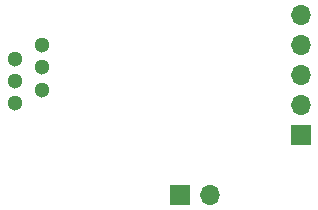
<source format=gbr>
G04 #@! TF.GenerationSoftware,KiCad,Pcbnew,(5.1.2)-2*
G04 #@! TF.CreationDate,2019-09-08T10:38:30-04:00*
G04 #@! TF.ProjectId,jebaoDosingAdapter,6a656261-6f44-46f7-9369-6e6741646170,rev?*
G04 #@! TF.SameCoordinates,PX46492a0PY53724e0*
G04 #@! TF.FileFunction,Copper,L2,Bot*
G04 #@! TF.FilePolarity,Positive*
%FSLAX46Y46*%
G04 Gerber Fmt 4.6, Leading zero omitted, Abs format (unit mm)*
G04 Created by KiCad (PCBNEW (5.1.2)-2) date 2019-09-08 10:38:30*
%MOMM*%
%LPD*%
G04 APERTURE LIST*
%ADD10C,1.300000*%
%ADD11R,1.700000X1.700000*%
%ADD12O,1.700000X1.700000*%
G04 APERTURE END LIST*
D10*
X11160000Y18110000D03*
X8860000Y16960000D03*
X11160000Y16210000D03*
X8860000Y15060000D03*
X11160000Y14310000D03*
X8860000Y13160000D03*
D11*
X33050000Y10480000D03*
D12*
X33050000Y13020000D03*
X33050000Y15560000D03*
X33050000Y18100000D03*
X33050000Y20640000D03*
D11*
X22790000Y5410000D03*
D12*
X25330000Y5410000D03*
M02*

</source>
